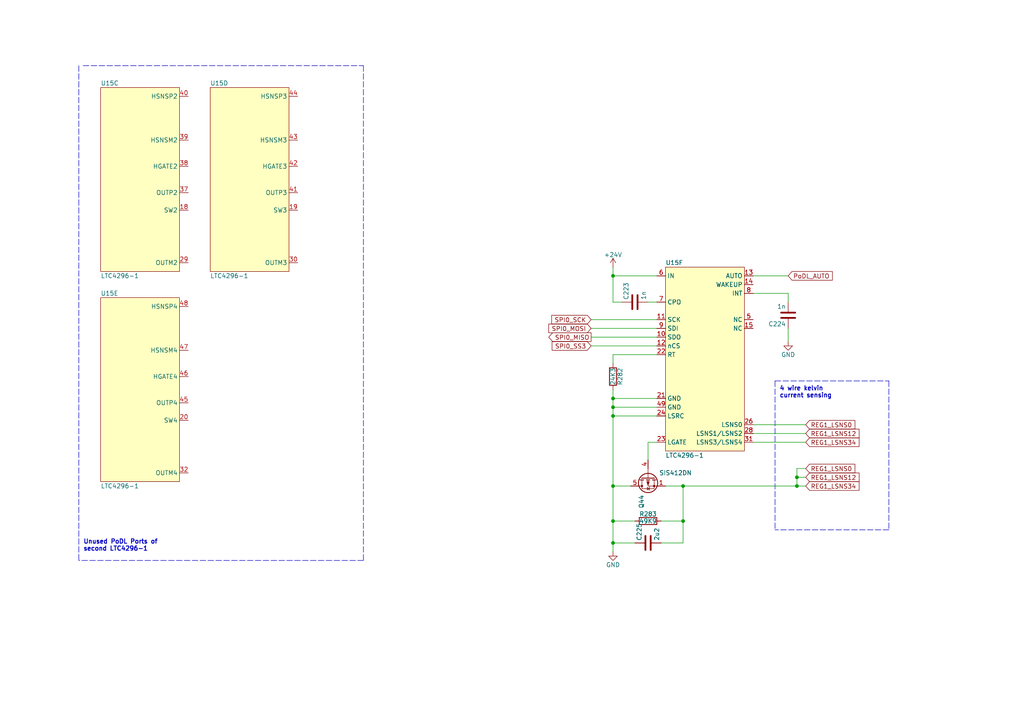
<source format=kicad_sch>
(kicad_sch (version 20211123) (generator eeschema)
  (paper "A4")
  (title_block (title "Open Hardware 10Base-T1L Switch") (date "2023-04-07") (rev "REV A") (company "Peter Heinrich") (comment 1 "Open Hardware License CERN-OHL-P v2") (comment 2 "https://github.com/peterheinrich/Open_10Base-T1L_Switch"))
  (lib_symbols
    (symbol "Device:C" (pin_numbers hide) (pin_names (offset 0.254))
      (property "Reference" "C" (at 0.635 2.54 0))
      (property "Value" "C" (at 0.635 -2.54 0))
      (symbol "C_0_1"
        (polyline (pts (xy -2.032 -0.762) (xy 2.032 -0.762)) (stroke (width 0.508)))
        (polyline (pts (xy -2.032 0.762) (xy 2.032 0.762)) (stroke (width 0.508)))
      )
      (symbol "C_1_1"
        (pin passive line (at 0 3.81 270) (length 2.794) (name "~") (number "1"))
        (pin passive line (at 0 -3.81 90) (length 2.794) (name "~") (number "2"))
      )
    )
    (symbol "Device:R" (pin_numbers hide) (pin_names (offset 0))
      (property "Reference" "R" (at 2.032 0 90))
      (property "Value" "R" (at 0 0 90))
      (symbol "R_0_1"
        (rectangle (start -1.016 -2.54) (end 1.016 2.54) (stroke (width 0.254)))
      )
      (symbol "R_1_1"
        (pin passive line (at 0 3.81 270) (length 1.27) (name "~") (number "1"))
        (pin passive line (at 0 -3.81 90) (length 1.27) (name "~") (number "2"))
      )
    )
    (symbol "LTC4296-1:LTC4296-1"
      (property "Reference" "U" (at 0 1.27 0))
      (property "Value" "LTC4296-1" (at 0 -54.61 0))
      (symbol "LTC4296-1_0_1"
        (rectangle (start 0 0) (end 22.86 -53.34) (fill (type background)))
      )
      (symbol "LTC4296-1_1_1"
        (pin output line (at 25.4 -30.48 180) (length 2.54) (name "OUTP0") (number "1"))
        (pin output line (at 25.4 -35.56 180) (length 2.54) (name "SW0") (number "16"))
        (pin output line (at 25.4 -22.86 180) (length 2.54) (name "HGATE0") (number "2"))
        (pin output line (at 25.4 -50.8 180) (length 2.54) (name "OUTM0") (number "25"))
        (pin input line (at 25.4 -15.24 180) (length 2.54) (name "HSNSM0") (number "3"))
        (pin input line (at 25.4 -2.54 180) (length 2.54) (name "HSNSP0") (number "4"))
      )
      (symbol "LTC4296-1_2_1"
        (pin output line (at 25.4 -30.48 180) (length 2.54) (name "OUTP0") (number "1"))
        (pin output line (at 25.4 -35.56 180) (length 2.54) (name "SW1") (number "17"))
        (pin output line (at 25.4 -50.8 180) (length 2.54) (name "OUTM1") (number "27"))
        (pin output line (at 25.4 -22.86 180) (length 2.54) (name "HGATE1") (number "34"))
        (pin input line (at 25.4 -15.24 180) (length 2.54) (name "HSNSM1") (number "35"))
        (pin input line (at 25.4 -2.54 180) (length 2.54) (name "HSNSP1") (number "36"))
      )
      (symbol "LTC4296-1_3_1"
        (pin output line (at 25.4 -35.56 180) (length 2.54) (name "SW2") (number "18"))
        (pin output line (at 25.4 -50.8 180) (length 2.54) (name "OUTM2") (number "29"))
        (pin output line (at 25.4 -30.48 180) (length 2.54) (name "OUTP2") (number "37"))
        (pin output line (at 25.4 -22.86 180) (length 2.54) (name "HGATE2") (number "38"))
        (pin input line (at 25.4 -15.24 180) (length 2.54) (name "HSNSM2") (number "39"))
        (pin input line (at 25.4 -2.54 180) (length 2.54) (name "HSNSP2") (number "40"))
      )
      (symbol "LTC4296-1_4_1"
        (pin output line (at 25.4 -35.56 180) (length 2.54) (name "SW3") (number "19"))
        (pin output line (at 25.4 -50.8 180) (length 2.54) (name "OUTM3") (number "30"))
        (pin output line (at 25.4 -30.48 180) (length 2.54) (name "OUTP3") (number "41"))
        (pin output line (at 25.4 -22.86 180) (length 2.54) (name "HGATE3") (number "42"))
        (pin input line (at 25.4 -15.24 180) (length 2.54) (name "HSNSM3") (number "43"))
        (pin input line (at 25.4 -2.54 180) (length 2.54) (name "HSNSP3") (number "44"))
      )
      (symbol "LTC4296-1_5_1"
        (pin output line (at 25.4 -35.56 180) (length 2.54) (name "SW4") (number "20"))
        (pin output line (at 25.4 -50.8 180) (length 2.54) (name "OUTM4") (number "32"))
        (pin output line (at 25.4 -30.48 180) (length 2.54) (name "OUTP4") (number "45"))
        (pin output line (at 25.4 -22.86 180) (length 2.54) (name "HGATE4") (number "46"))
        (pin input line (at 25.4 -15.24 180) (length 2.54) (name "HSNSM4") (number "47"))
        (pin input line (at 25.4 -2.54 180) (length 2.54) (name "HSNSP4") (number "48"))
      )
      (symbol "LTC4296-1_6_1"
        (pin output line (at -2.54 -7.62 0) (length 2.54) (name "SDO") (number "10"))
        (pin input line (at -2.54 -2.54 0) (length 2.54) (name "SCK") (number "11"))
        (pin input line (at -2.54 -10.16 0) (length 2.54) (name "nCS") (number "12"))
        (pin input line (at 25.4 -2.54 180) (length 2.54) (name "AUTO") (number "13"))
        (pin bidirectional line (at 25.4 -5.08 180) (length 2.54) (name "WAKEUP") (number "14"))
        (pin input line (at 25.4 -17.78 180) (length 2.54) (name "NC") (number "15"))
        (pin power_in line (at -2.54 -38.1 0) (length 2.54) (name "GND") (number "21"))
        (pin input line (at -2.54 -12.7 0) (length 2.54) (name "RT") (number "22"))
        (pin output line (at -2.54 -50.8 0) (length 2.54) (name "LGATE") (number "23"))
        (pin input line (at -2.54 -43.18 0) (length 2.54) (name "LSRC") (number "24"))
        (pin input line (at 25.4 -45.72 180) (length 2.54) (name "LSNS0") (number "26"))
        (pin input line (at 25.4 -48.26 180) (length 2.54) (name "LSNS1/LSNS2") (number "28"))
        (pin input line (at 25.4 -50.8 180) (length 2.54) (name "LSNS3/LSNS4") (number "31"))
        (pin power_in line (at -2.54 -40.64 0) (length 2.54) (name "GND") (number "49"))
        (pin input line (at 25.4 -15.24 180) (length 2.54) (name "NC") (number "5"))
        (pin power_in line (at -2.54 -25.4 0) (length 2.54) (name "IN") (number "6"))
        (pin bidirectional line (at -2.54 -27.94 0) (length 2.54) (name "CPO") (number "7"))
        (pin bidirectional line (at 25.4 -7.62 180) (length 2.54) (name "INT") (number "8"))
        (pin input line (at -2.54 -5.08 0) (length 2.54) (name "SDI") (number "9"))
      )
    )
    (symbol "LTC4296-1_1"
      (property "Reference" "U" (at 0 1.27 0))
      (property "Value" "LTC4296-1_1" (at 0 -54.61 0))
      (symbol "LTC4296-1_1_0_1"
        (rectangle (start 0 0) (end 22.86 -53.34) (fill (type background)))
      )
      (symbol "LTC4296-1_1_1_1"
        (pin output line (at 25.4 -30.48 180) (length 2.54) (name "OUTP0") (number "1"))
        (pin output line (at 25.4 -35.56 180) (length 2.54) (name "SW0") (number "16"))
        (pin output line (at 25.4 -22.86 180) (length 2.54) (name "HGATE0") (number "2"))
        (pin output line (at 25.4 -50.8 180) (length 2.54) (name "OUTM0") (number "25"))
        (pin input line (at 25.4 -15.24 180) (length 2.54) (name "HSNSM0") (number "3"))
        (pin input line (at 25.4 -2.54 180) (length 2.54) (name "HSNSP0") (number "4"))
      )
      (symbol "LTC4296-1_1_2_1"
        (pin output line (at 25.4 -30.48 180) (length 2.54) (name "OUTP0") (number "1"))
        (pin output line (at 25.4 -35.56 180) (length 2.54) (name "SW1") (number "17"))
        (pin output line (at 25.4 -50.8 180) (length 2.54) (name "OUTM1") (number "27"))
        (pin output line (at 25.4 -22.86 180) (length 2.54) (name "HGATE1") (number "34"))
        (pin input line (at 25.4 -15.24 180) (length 2.54) (name "HSNSM1") (number "35"))
        (pin input line (at 25.4 -2.54 180) (length 2.54) (name "HSNSP1") (number "36"))
      )
      (symbol "LTC4296-1_1_3_1"
        (pin output line (at 25.4 -35.56 180) (length 2.54) (name "SW2") (number "18"))
        (pin output line (at 25.4 -50.8 180) (length 2.54) (name "OUTM2") (number "29"))
        (pin output line (at 25.4 -30.48 180) (length 2.54) (name "OUTP2") (number "37"))
        (pin output line (at 25.4 -22.86 180) (length 2.54) (name "HGATE2") (number "38"))
        (pin input line (at 25.4 -15.24 180) (length 2.54) (name "HSNSM2") (number "39"))
        (pin input line (at 25.4 -2.54 180) (length 2.54) (name "HSNSP2") (number "40"))
      )
      (symbol "LTC4296-1_1_4_1"
        (pin output line (at 25.4 -35.56 180) (length 2.54) (name "SW3") (number "19"))
        (pin output line (at 25.4 -50.8 180) (length 2.54) (name "OUTM3") (number "30"))
        (pin output line (at 25.4 -30.48 180) (length 2.54) (name "OUTP3") (number "41"))
        (pin output line (at 25.4 -22.86 180) (length 2.54) (name "HGATE3") (number "42"))
        (pin input line (at 25.4 -15.24 180) (length 2.54) (name "HSNSM3") (number "43"))
        (pin input line (at 25.4 -2.54 180) (length 2.54) (name "HSNSP3") (number "44"))
      )
      (symbol "LTC4296-1_1_5_1"
        (pin output line (at 25.4 -35.56 180) (length 2.54) (name "SW4") (number "20"))
        (pin output line (at 25.4 -50.8 180) (length 2.54) (name "OUTM4") (number "32"))
        (pin output line (at 25.4 -30.48 180) (length 2.54) (name "OUTP4") (number "45"))
        (pin output line (at 25.4 -22.86 180) (length 2.54) (name "HGATE4") (number "46"))
        (pin input line (at 25.4 -15.24 180) (length 2.54) (name "HSNSM4") (number "47"))
        (pin input line (at 25.4 -2.54 180) (length 2.54) (name "HSNSP4") (number "48"))
      )
      (symbol "LTC4296-1_1_6_1"
        (pin output line (at -2.54 -20.32 0) (length 2.54) (name "SDO") (number "10"))
        (pin input line (at -2.54 -15.24 0) (length 2.54) (name "SCK") (number "11"))
        (pin input line (at -2.54 -22.86 0) (length 2.54) (name "nCS") (number "12"))
        (pin input line (at 25.4 -2.54 180) (length 2.54) (name "AUTO") (number "13"))
        (pin bidirectional line (at 25.4 -5.08 180) (length 2.54) (name "WAKEUP") (number "14"))
        (pin input line (at 25.4 -17.78 180) (length 2.54) (name "NC") (number "15"))
        (pin power_in line (at -2.54 -38.1 0) (length 2.54) (name "GND") (number "21"))
        (pin input line (at -2.54 -25.4 0) (length 2.54) (name "RT") (number "22"))
        (pin output line (at -2.54 -50.8 0) (length 2.54) (name "LGATE") (number "23"))
        (pin input line (at -2.54 -43.18 0) (length 2.54) (name "LSRC") (number "24"))
        (pin input line (at 25.4 -45.72 180) (length 2.54) (name "LSNS0") (number "26"))
        (pin input line (at 25.4 -48.26 180) (length 2.54) (name "LSNS1/LSNS2") (number "28"))
        (pin input line (at 25.4 -50.8 180) (length 2.54) (name "LSNS3/LSNS4") (number "31"))
        (pin power_in line (at -2.54 -40.64 0) (length 2.54) (name "GND") (number "49"))
        (pin input line (at 25.4 -15.24 180) (length 2.54) (name "NC") (number "5"))
        (pin power_in line (at -2.54 -2.54 0) (length 2.54) (name "IN") (number "6"))
        (pin bidirectional line (at -2.54 -10.16 0) (length 2.54) (name "CPO") (number "7"))
        (pin bidirectional line (at 25.4 -7.62 180) (length 2.54) (name "INT") (number "8"))
        (pin input line (at -2.54 -17.78 0) (length 2.54) (name "SDI") (number "9"))
      )
    )
    (symbol "LTC4296-1_2"
      (property "Reference" "U" (at 0 1.27 0))
      (property "Value" "LTC4296-1_2" (at 0 -54.61 0))
      (symbol "LTC4296-1_2_0_1"
        (rectangle (start 0 0) (end 22.86 -53.34) (fill (type background)))
      )
      (symbol "LTC4296-1_2_1_1"
        (pin output line (at 25.4 -30.48 180) (length 2.54) (name "OUTP0") (number "1"))
        (pin output line (at 25.4 -35.56 180) (length 2.54) (name "SW0") (number "16"))
        (pin output line (at 25.4 -22.86 180) (length 2.54) (name "HGATE0") (number "2"))
        (pin output line (at 25.4 -50.8 180) (length 2.54) (name "OUTM0") (number "25"))
        (pin input line (at 25.4 -15.24 180) (length 2.54) (name "HSNSM0") (number "3"))
        (pin input line (at 25.4 -2.54 180) (length 2.54) (name "HSNSP0") (number "4"))
      )
      (symbol "LTC4296-1_2_2_1"
        (pin output line (at 25.4 -30.48 180) (length 2.54) (name "OUTP0") (number "1"))
        (pin output line (at 25.4 -35.56 180) (length 2.54) (name "SW1") (number "17"))
        (pin output line (at 25.4 -50.8 180) (length 2.54) (name "OUTM1") (number "27"))
        (pin output line (at 25.4 -22.86 180) (length 2.54) (name "HGATE1") (number "34"))
        (pin input line (at 25.4 -15.24 180) (length 2.54) (name "HSNSM1") (number "35"))
        (pin input line (at 25.4 -2.54 180) (length 2.54) (name "HSNSP1") (number "36"))
      )
      (symbol "LTC4296-1_2_3_1"
        (pin output line (at 25.4 -35.56 180) (length 2.54) (name "SW2") (number "18"))
        (pin output line (at 25.4 -50.8 180) (length 2.54) (name "OUTM2") (number "29"))
        (pin output line (at 25.4 -30.48 180) (length 2.54) (name "OUTP2") (number "37"))
        (pin output line (at 25.4 -22.86 180) (length 2.54) (name "HGATE2") (number "38"))
        (pin input line (at 25.4 -15.24 180) (length 2.54) (name "HSNSM2") (number "39"))
        (pin input line (at 25.4 -2.54 180) (length 2.54) (name "HSNSP2") (number "40"))
      )
      (symbol "LTC4296-1_2_4_1"
        (pin output line (at 25.4 -35.56 180) (length 2.54) (name "SW3") (number "19"))
        (pin output line (at 25.4 -50.8 180) (length 2.54) (name "OUTM3") (number "30"))
        (pin output line (at 25.4 -30.48 180) (length 2.54) (name "OUTP3") (number "41"))
        (pin output line (at 25.4 -22.86 180) (length 2.54) (name "HGATE3") (number "42"))
        (pin input line (at 25.4 -15.24 180) (length 2.54) (name "HSNSM3") (number "43"))
        (pin input line (at 25.4 -2.54 180) (length 2.54) (name "HSNSP3") (number "44"))
      )
      (symbol "LTC4296-1_2_5_1"
        (pin output line (at 25.4 -35.56 180) (length 2.54) (name "SW4") (number "20"))
        (pin output line (at 25.4 -50.8 180) (length 2.54) (name "OUTM4") (number "32"))
        (pin output line (at 25.4 -30.48 180) (length 2.54) (name "OUTP4") (number "45"))
        (pin output line (at 25.4 -22.86 180) (length 2.54) (name "HGATE4") (number "46"))
        (pin input line (at 25.4 -15.24 180) (length 2.54) (name "HSNSM4") (number "47"))
        (pin input line (at 25.4 -2.54 180) (length 2.54) (name "HSNSP4") (number "48"))
      )
      (symbol "LTC4296-1_2_6_1"
        (pin output line (at -2.54 -20.32 0) (length 2.54) (name "SDO") (number "10"))
        (pin input line (at -2.54 -15.24 0) (length 2.54) (name "SCK") (number "11"))
        (pin input line (at -2.54 -22.86 0) (length 2.54) (name "nCS") (number "12"))
        (pin input line (at 25.4 -2.54 180) (length 2.54) (name "AUTO") (number "13"))
        (pin bidirectional line (at 25.4 -5.08 180) (length 2.54) (name "WAKEUP") (number "14"))
        (pin input line (at 25.4 -17.78 180) (length 2.54) (name "NC") (number "15"))
        (pin power_in line (at -2.54 -38.1 0) (length 2.54) (name "GND") (number "21"))
        (pin input line (at -2.54 -25.4 0) (length 2.54) (name "RT") (number "22"))
        (pin output line (at -2.54 -50.8 0) (length 2.54) (name "LGATE") (number "23"))
        (pin input line (at -2.54 -43.18 0) (length 2.54) (name "LSRC") (number "24"))
        (pin input line (at 25.4 -45.72 180) (length 2.54) (name "LSNS0") (number "26"))
        (pin input line (at 25.4 -48.26 180) (length 2.54) (name "LSNS1/LSNS2") (number "28"))
        (pin input line (at 25.4 -50.8 180) (length 2.54) (name "LSNS3/LSNS4") (number "31"))
        (pin power_in line (at -2.54 -40.64 0) (length 2.54) (name "GND") (number "49"))
        (pin input line (at 25.4 -15.24 180) (length 2.54) (name "NC") (number "5"))
        (pin power_in line (at -2.54 -2.54 0) (length 2.54) (name "IN") (number "6"))
        (pin bidirectional line (at -2.54 -10.16 0) (length 2.54) (name "CPO") (number "7"))
        (pin bidirectional line (at 25.4 -7.62 180) (length 2.54) (name "INT") (number "8"))
        (pin input line (at -2.54 -17.78 0) (length 2.54) (name "SDI") (number "9"))
      )
    )
    (symbol "LTC4296-1_3"
      (property "Reference" "U" (at 0 1.27 0))
      (property "Value" "LTC4296-1_3" (at 0 -54.61 0))
      (symbol "LTC4296-1_3_0_1"
        (rectangle (start 0 0) (end 22.86 -53.34) (fill (type background)))
      )
      (symbol "LTC4296-1_3_1_1"
        (pin output line (at 25.4 -30.48 180) (length 2.54) (name "OUTP0") (number "1"))
        (pin output line (at 25.4 -35.56 180) (length 2.54) (name "SW0") (number "16"))
        (pin output line (at 25.4 -22.86 180) (length 2.54) (name "HGATE0") (number "2"))
        (pin output line (at 25.4 -50.8 180) (length 2.54) (name "OUTM0") (number "25"))
        (pin input line (at 25.4 -15.24 180) (length 2.54) (name "HSNSM0") (number "3"))
        (pin input line (at 25.4 -2.54 180) (length 2.54) (name "HSNSP0") (number "4"))
      )
      (symbol "LTC4296-1_3_2_1"
        (pin output line (at 25.4 -30.48 180) (length 2.54) (name "OUTP0") (number "1"))
        (pin output line (at 25.4 -35.56 180) (length 2.54) (name "SW1") (number "17"))
        (pin output line (at 25.4 -50.8 180) (length 2.54) (name "OUTM1") (number "27"))
        (pin output line (at 25.4 -22.86 180) (length 2.54) (name "HGATE1") (number "34"))
        (pin input line (at 25.4 -15.24 180) (length 2.54) (name "HSNSM1") (number "35"))
        (pin input line (at 25.4 -2.54 180) (length 2.54) (name "HSNSP1") (number "36"))
      )
      (symbol "LTC4296-1_3_3_1"
        (pin output line (at 25.4 -35.56 180) (length 2.54) (name "SW2") (number "18"))
        (pin output line (at 25.4 -50.8 180) (length 2.54) (name "OUTM2") (number "29"))
        (pin output line (at 25.4 -30.48 180) (length 2.54) (name "OUTP2") (number "37"))
        (pin output line (at 25.4 -22.86 180) (length 2.54) (name "HGATE2") (number "38"))
        (pin input line (at 25.4 -15.24 180) (length 2.54) (name "HSNSM2") (number "39"))
        (pin input line (at 25.4 -2.54 180) (length 2.54) (name "HSNSP2") (number "40"))
      )
      (symbol "LTC4296-1_3_4_1"
        (pin output line (at 25.4 -35.56 180) (length 2.54) (name "SW3") (number "19"))
        (pin output line (at 25.4 -50.8 180) (length 2.54) (name "OUTM3") (number "30"))
        (pin output line (at 25.4 -30.48 180) (length 2.54) (name "OUTP3") (number "41"))
        (pin output line (at 25.4 -22.86 180) (length 2.54) (name "HGATE3") (number "42"))
        (pin input line (at 25.4 -15.24 180) (length 2.54) (name "HSNSM3") (number "43"))
        (pin input line (at 25.4 -2.54 180) (length 2.54) (name "HSNSP3") (number "44"))
      )
      (symbol "LTC4296-1_3_5_1"
        (pin output line (at 25.4 -35.56 180) (length 2.54) (name "SW4") (number "20"))
        (pin output line (at 25.4 -50.8 180) (length 2.54) (name "OUTM4") (number "32"))
        (pin output line (at 25.4 -30.48 180) (length 2.54) (name "OUTP4") (number "45"))
        (pin output line (at 25.4 -22.86 180) (length 2.54) (name "HGATE4") (number "46"))
        (pin input line (at 25.4 -15.24 180) (length 2.54) (name "HSNSM4") (number "47"))
        (pin input line (at 25.4 -2.54 180) (length 2.54) (name "HSNSP4") (number "48"))
      )
      (symbol "LTC4296-1_3_6_1"
        (pin output line (at -2.54 -20.32 0) (length 2.54) (name "SDO") (number "10"))
        (pin input line (at -2.54 -15.24 0) (length 2.54) (name "SCK") (number "11"))
        (pin input line (at -2.54 -22.86 0) (length 2.54) (name "nCS") (number "12"))
        (pin input line (at 25.4 -2.54 180) (length 2.54) (name "AUTO") (number "13"))
        (pin bidirectional line (at 25.4 -5.08 180) (length 2.54) (name "WAKEUP") (number "14"))
        (pin input line (at 25.4 -17.78 180) (length 2.54) (name "NC") (number "15"))
        (pin power_in line (at -2.54 -38.1 0) (length 2.54) (name "GND") (number "21"))
        (pin input line (at -2.54 -25.4 0) (length 2.54) (name "RT") (number "22"))
        (pin output line (at -2.54 -50.8 0) (length 2.54) (name "LGATE") (number "23"))
        (pin input line (at -2.54 -43.18 0) (length 2.54) (name "LSRC") (number "24"))
        (pin input line (at 25.4 -45.72 180) (length 2.54) (name "LSNS0") (number "26"))
        (pin input line (at 25.4 -48.26 180) (length 2.54) (name "LSNS1/LSNS2") (number "28"))
        (pin input line (at 25.4 -50.8 180) (length 2.54) (name "LSNS3/LSNS4") (number "31"))
        (pin power_in line (at -2.54 -40.64 0) (length 2.54) (name "GND") (number "49"))
        (pin input line (at 25.4 -15.24 180) (length 2.54) (name "NC") (number "5"))
        (pin power_in line (at -2.54 -2.54 0) (length 2.54) (name "IN") (number "6"))
        (pin bidirectional line (at -2.54 -10.16 0) (length 2.54) (name "CPO") (number "7"))
        (pin bidirectional line (at 25.4 -7.62 180) (length 2.54) (name "INT") (number "8"))
        (pin input line (at -2.54 -17.78 0) (length 2.54) (name "SDI") (number "9"))
      )
    )
    (symbol "Transistor_FET:SiS415DNT" (pin_names hide)
      (property "Reference" "Q" (at 5.08 1.905 0))
      (property "Value" "SiS415DNT" (at 5.08 0 0))
      (symbol "SiS415DNT_0_1"
        (polyline (pts (xy 0.254 0) (xy -2.54 0)))
        (polyline (pts (xy 0.254 1.905) (xy 0.254 -1.905)) (stroke (width 0.254)))
        (polyline (pts (xy 0.762 -1.27) (xy 0.762 -2.286)) (stroke (width 0.254)))
        (polyline (pts (xy 0.762 0.508) (xy 0.762 -0.508)) (stroke (width 0.254)))
        (polyline (pts (xy 0.762 2.286) (xy 0.762 1.27)) (stroke (width 0.254)))
        (polyline (pts (xy 2.54 2.54) (xy 2.54 1.778)))
        (polyline (pts (xy 2.54 -2.54) (xy 2.54 0) (xy 0.762 0)))
        (polyline (pts (xy 0.762 1.778) (xy 3.302 1.778) (xy 3.302 -1.778) (xy 0.762 -1.778)))
        (polyline (pts (xy 2.286 0) (xy 1.27 0.381) (xy 1.27 -0.381) (xy 2.286 0)) (fill (type outline)))
        (polyline (pts (xy 2.794 -0.508) (xy 2.921 -0.381) (xy 3.683 -0.381) (xy 3.81 -0.254)))
        (polyline (pts (xy 3.302 -0.381) (xy 2.921 0.254) (xy 3.683 0.254) (xy 3.302 -0.381)))
        (circle (center 1.651 0) (radius 2.794) (stroke (width 0.254)))
        (circle (center 2.54 -1.778) (radius 0.254) (fill (type outline)))
        (circle (center 2.54 1.778) (radius 0.254) (fill (type outline)))
      )
      (symbol "SiS415DNT_1_1"
        (pin passive line (at 2.54 -5.08 90) (length 2.54) (name "S") (number "1"))
        (pin passive line (at 2.54 -5.08 90) (length 2.54) hide (name "S") (number "2"))
        (pin passive line (at 2.54 -5.08 90) (length 2.54) hide (name "S") (number "3"))
        (pin passive line (at -5.08 0 0) (length 2.54) (name "G") (number "4"))
        (pin passive line (at 2.54 5.08 270) (length 2.54) (name "D") (number "5"))
      )
    )
    (symbol "power:+24V" (power) (pin_names (offset 0))
      (property "Value" "+24V" (at 0 3.556 0))
      (symbol "+24V_0_1"
        (polyline (pts (xy -0.762 1.27) (xy 0 2.54)))
        (polyline (pts (xy 0 0) (xy 0 2.54)))
        (polyline (pts (xy 0 2.54) (xy 0.762 1.27)))
      )
      (symbol "+24V_1_1"
        (pin power_in line (at 0 0 90) (length 0) hide (name "+24V") (number "1"))
      )
    )
    (symbol "power:GND" (power) (pin_names (offset 0))
      (property "Value" "GND" (at 0 -3.81 0))
      (symbol "GND_0_1"
        (polyline (pts (xy 0 0) (xy 0 -1.27) (xy 1.27 -1.27) (xy 0 -2.54) (xy -1.27 -1.27) (xy 0 -1.27)))
      )
      (symbol "GND_1_1"
        (pin power_in line (at 0 0 270) (length 0) hide (name "GND") (number "1"))
      )
    )
  )
  (junction (at 177.8 80.01))
  (junction (at 177.8 151.13))
  (junction (at 231.14 140.97))
  (junction (at 198.12 151.13))
  (junction (at 231.14 138.43))
  (junction (at 177.8 157.48))
  (junction (at 177.8 140.97))
  (junction (at 198.12 140.97))
  (junction (at 177.8 118.11))
  (junction (at 177.8 120.65))
  (junction (at 177.8 115.57))
  (wire (pts (xy 231.14 138.43) (xy 231.14 135.89)))
  (wire (pts (xy 218.44 125.73) (xy 233.68 125.73)))
  (wire (pts (xy 177.8 115.57) (xy 177.8 118.11)))
  (wire (pts (xy 177.8 151.13) (xy 184.15 151.13)))
  (wire (pts (xy 171.45 92.71) (xy 190.5 92.71)))
  (wire (pts (xy 177.8 157.48) (xy 177.8 160.02)))
  (wire (pts (xy 228.6 95.25) (xy 228.6 99.06)))
  (wire (pts (xy 177.8 113.03) (xy 177.8 115.57)))
  (polyline (pts (xy 224.79 110.49) (xy 257.81 110.49)))
  (wire (pts (xy 231.14 135.89) (xy 233.68 135.89)))
  (wire (pts (xy 231.14 138.43) (xy 231.14 140.97)))
  (wire (pts (xy 177.8 115.57) (xy 190.5 115.57)))
  (wire (pts (xy 193.04 140.97) (xy 198.12 140.97)))
  (wire (pts (xy 218.44 80.01) (xy 228.6 80.01)))
  (polyline (pts (xy 257.81 153.67) (xy 224.79 153.67)))
  (wire (pts (xy 177.8 118.11) (xy 177.8 120.65)))
  (wire (pts (xy 198.12 151.13) (xy 198.12 140.97)))
  (wire (pts (xy 177.8 77.47) (xy 177.8 80.01)))
  (polyline (pts (xy 105.41 162.56) (xy 22.86 162.56)))
  (wire (pts (xy 228.6 85.09) (xy 228.6 87.63)))
  (wire (pts (xy 177.8 157.48) (xy 177.8 151.13)))
  (wire (pts (xy 187.96 87.63) (xy 190.5 87.63)))
  (wire (pts (xy 231.14 140.97) (xy 233.68 140.97)))
  (wire (pts (xy 177.8 80.01) (xy 190.5 80.01)))
  (wire (pts (xy 218.44 128.27) (xy 233.68 128.27)))
  (wire (pts (xy 218.44 123.19) (xy 233.68 123.19)))
  (wire (pts (xy 180.34 87.63) (xy 177.8 87.63)))
  (wire (pts (xy 177.8 120.65) (xy 190.5 120.65)))
  (polyline (pts (xy 224.79 110.49) (xy 224.79 153.67)))
  (wire (pts (xy 191.77 157.48) (xy 198.12 157.48)))
  (wire (pts (xy 198.12 140.97) (xy 231.14 140.97)))
  (wire (pts (xy 177.8 140.97) (xy 182.88 140.97)))
  (wire (pts (xy 187.96 133.35) (xy 187.96 128.27)))
  (wire (pts (xy 187.96 128.27) (xy 190.5 128.27)))
  (wire (pts (xy 171.45 97.79) (xy 190.5 97.79)))
  (wire (pts (xy 191.77 151.13) (xy 198.12 151.13)))
  (wire (pts (xy 177.8 102.87) (xy 190.5 102.87)))
  (wire (pts (xy 171.45 100.33) (xy 190.5 100.33)))
  (wire (pts (xy 177.8 151.13) (xy 177.8 140.97)))
  (wire (pts (xy 171.45 95.25) (xy 190.5 95.25)))
  (wire (pts (xy 177.8 87.63) (xy 177.8 80.01)))
  (polyline (pts (xy 105.41 19.05) (xy 105.41 162.56)))
  (wire (pts (xy 184.15 157.48) (xy 177.8 157.48)))
  (wire (pts (xy 177.8 120.65) (xy 177.8 140.97)))
  (wire (pts (xy 218.44 85.09) (xy 228.6 85.09)))
  (polyline (pts (xy 22.86 19.05) (xy 22.86 162.56)))
  (polyline (pts (xy 257.81 110.49) (xy 257.81 153.67)))
  (wire (pts (xy 177.8 118.11) (xy 190.5 118.11)))
  (polyline (pts (xy 24.13 19.05) (xy 105.41 19.05)))
  (wire (pts (xy 198.12 157.48) (xy 198.12 151.13)))
  (wire (pts (xy 177.8 105.41) (xy 177.8 102.87)))
  (wire (pts (xy 231.14 138.43) (xy 233.68 138.43)))
  (text "4 wire kelvin\ncurrent sensing" (at 226.06 115.57 0) (effects (font (size 1.27 1.27) bold) (justify left bottom)))
  (text "Unused PoDL Ports of \nsecond LTC4296-1" (at 24.13 160.02 0) (effects (font (size 1.27 1.27) (thickness 0.254) bold) (justify left bottom)))
  (global_label "REG1_LSNS0" (shape input) (at 233.68 123.19 0) (property "Intersheet References" "${INTERSHEET_REFS}" (effects hide)))
  (global_label "SPI0_SS3" (shape input) (at 171.45 100.33 180) (property "Intersheet References" "${INTERSHEET_REFS}" (effects hide)))
  (global_label "REG1_LSNS12" (shape input) (at 233.68 125.73 0) (property "Intersheet References" "${INTERSHEET_REFS}" (effects hide)))
  (global_label "SPI0_SCK" (shape input) (at 171.45 92.71 180) (property "Intersheet References" "${INTERSHEET_REFS}" (effects hide)))
  (global_label "REG1_LSNS12" (shape input) (at 233.68 138.43 0) (property "Intersheet References" "${INTERSHEET_REFS}" (effects hide)))
  (global_label "SPI0_MISO" (shape output) (at 171.45 97.79 180) (property "Intersheet References" "${INTERSHEET_REFS}" (effects hide)))
  (global_label "REG1_LSNS0" (shape input) (at 233.68 135.89 0) (property "Intersheet References" "${INTERSHEET_REFS}" (effects hide)))
  (global_label "REG1_LSNS34" (shape input) (at 233.68 140.97 0) (property "Intersheet References" "${INTERSHEET_REFS}" (effects hide)))
  (global_label "REG1_LSNS34" (shape input) (at 233.68 128.27 0) (property "Intersheet References" "${INTERSHEET_REFS}" (effects hide)))
  (global_label "SPI0_MOSI" (shape input) (at 171.45 95.25 180) (property "Intersheet References" "${INTERSHEET_REFS}" (effects hide)))
  (global_label "PoDL_AUTO" (shape input) (at 228.6 80.01 0) (property "Intersheet References" "${INTERSHEET_REFS}" (effects hide)))
  (symbol (lib_id "power:+24V") (at 177.8 77.47 0) (unit 1)
    (property "Reference" "#PWR0216" (effects hide))
    (property "Value" "+24V" (at 177.8 73.914 0))
  )
  (symbol (lib_id "Device:C") (at 184.15 87.63 90) (unit 1)
    (property "Reference" "C223" (at 181.61 86.995 0) (effects (justify left)))
    (property "Value" "1n" (at 186.69 86.995 0) (effects (justify left)))
    (property "Footprint" "Capacitor_SMD:C_0603_1608Metric" (effects hide))
  )
  (symbol (lib_id "Device:C") (at 228.6 91.44 180) (unit 1)
    (property "Reference" "C224" (at 227.965 93.98 0) (effects (justify left)))
    (property "Value" "1n" (at 227.965 88.9 0) (effects (justify left)))
    (property "Footprint" "Capacitor_SMD:C_0603_1608Metric" (effects hide))
  )
  (symbol (lib_id "power:GND") (at 228.6 99.06 0) (unit 1)
    (property "Reference" "#PWR0217" (effects hide))
    (property "Value" "GND" (at 228.6 102.87 0))
  )
  (symbol (lib_id "power:GND") (at 177.8 160.02 0) (unit 1)
    (property "Reference" "#PWR0218" (effects hide))
    (property "Value" "GND" (at 177.8 163.83 0))
  )
  (symbol (lib_id "Device:R") (at 187.96 151.13 90) (unit 1)
    (property "Reference" "R283" (at 187.96 149.098 90))
    (property "Value" "49K9" (at 187.96 151.13 90))
    (property "Footprint" "Resistor_SMD:R_0805_2012Metric" (effects hide))
  )
  (symbol (lib_name "LTC4296-1_2") (lib_id "LTC4296-1:LTC4296-1") (at 29.21 25.4 0) (unit 3)
    (property "Reference" "U15" (at 29.21 24.13 0) (effects (justify left)))
    (property "Value" "LTC4296-1" (at 29.21 80.01 0) (effects (justify left)))
  )
  (symbol (lib_name "LTC4296-1_1") (lib_id "LTC4296-1:LTC4296-1") (at 193.04 77.47 0) (unit 6)
    (property "Reference" "U15" (at 193.04 76.2 0) (effects (justify left)))
    (property "Value" "LTC4296-1" (at 193.04 132.08 0) (effects (justify left)))
  )
  (symbol (lib_name "LTC4296-1_3") (lib_id "LTC4296-1:LTC4296-1") (at 60.96 25.4 0) (unit 4)
    (property "Reference" "U15" (at 60.96 24.13 0) (effects (justify left)))
    (property "Value" "LTC4296-1" (at 60.96 80.01 0) (effects (justify left)))
  )
  (symbol (lib_id "Device:R") (at 177.8 109.22 0) (unit 1)
    (property "Reference" "R282" (at 179.832 109.22 90))
    (property "Value" "24K3" (at 177.8 109.22 90))
    (property "Footprint" "Resistor_SMD:R_0603_1608Metric" (effects hide))
  )
  (symbol (lib_id "LTC4296-1:LTC4296-1") (at 29.21 86.36 0) (unit 5)
    (property "Reference" "U15" (at 29.21 85.09 0) (effects (justify left)))
    (property "Value" "LTC4296-1" (at 29.21 140.97 0) (effects (justify left)))
  )
  (symbol (lib_id "Transistor_FET:SiS415DNT") (at 187.96 138.43 90) (mirror x) (unit 1)
    (property "Reference" "Q44" (at 186.055 143.51 0) (effects (justify left)))
    (property "Value" "SIS412DN" (at 200.66 137.16 90) (effects (justify left)))
    (property "Footprint" "Package_SO:Vishay_PowerPAK_1212-8_Single" (effects hide))
    (property "Datasheet" "https://www.vishay.com/docs/63684/sis415dnt.pdf" (effects hide))
  )
  (symbol (lib_id "Device:C") (at 187.96 157.48 90) (unit 1)
    (property "Reference" "C225" (at 185.42 156.845 0) (effects (justify left)))
    (property "Value" "2u2" (at 190.5 156.845 0) (effects (justify left)))
    (property "Footprint" "Capacitor_SMD:C_0805_2012Metric" (effects hide))
  )
)
</source>
